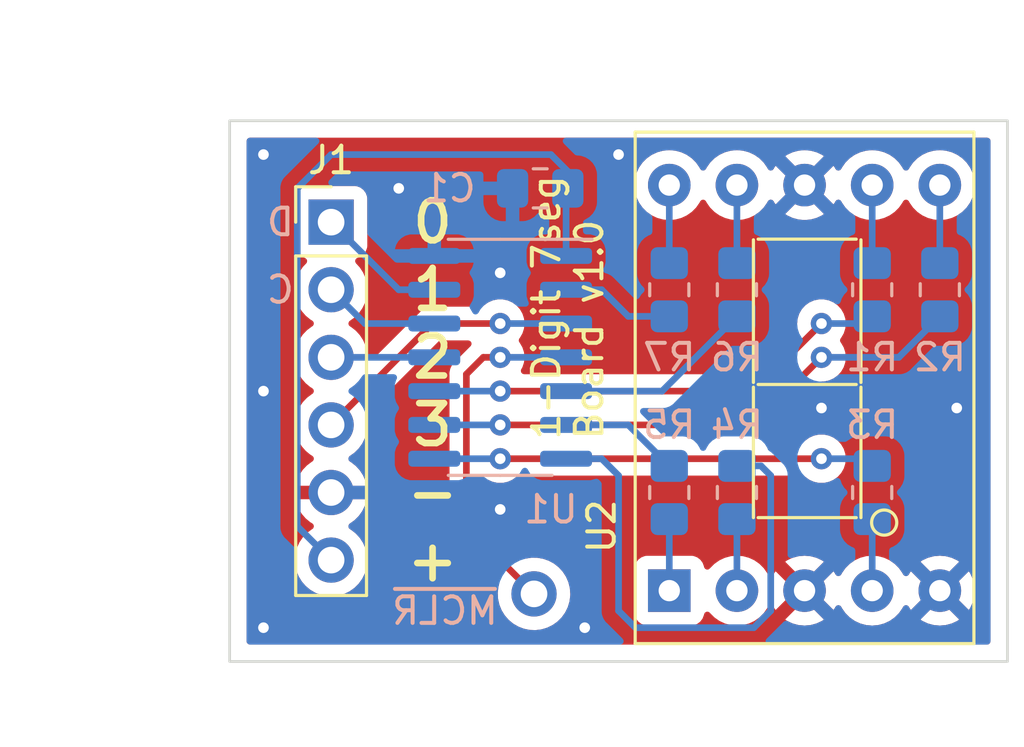
<source format=kicad_pcb>
(kicad_pcb (version 20211014) (generator pcbnew)
  (layers (0 "F.Cu" signal) (31 "B.Cu" signal) (34 "B.Paste" user) (35 "F.Paste" user) (36 "B.SilkS" user "B.Silkscreen") (37 "F.SilkS" user "F.Silkscreen") (38 "B.Mask" user) (39 "F.Mask" user) (44 "Edge.Cuts" user))
  (net 0 "")
  (net 1 "VCC")
  (net 2 "GND")
  (net 3 "Net-(J1-Pad3)")
  (net 4 "Net-(J1-Pad4)")
  (net 5 "Net-(J2-Pad1)")
  (net 6 "Net-(R1-Pad1)")
  (net 7 "Net-(R1-Pad2)")
  (net 8 "Net-(R2-Pad1)")
  (net 9 "Net-(R2-Pad2)")
  (net 10 "Net-(R3-Pad1)")
  (net 11 "Net-(R3-Pad2)")
  (net 12 "Net-(R4-Pad1)")
  (net 13 "Net-(R4-Pad2)")
  (net 14 "Net-(R5-Pad1)")
  (net 15 "Net-(R5-Pad2)")
  (net 16 "Net-(R6-Pad1)")
  (net 17 "Net-(R6-Pad2)")
  (net 18 "Net-(R7-Pad1)")
  (net 19 "Net-(J1-Pad1)")
  (net 20 "Net-(J1-Pad2)")
  (net 21 "Net-(R7-Pad2)")
  (footprint "Connector_PinHeader_2.54mm:PinHeader_1x06_P2.54mm_Vertical" (layer "F.Cu") (at 105.41 67.31)
    (fp_text reference "J1" (at 0 -2.33) (layer "F.SilkS"))
    (fp_text value "Conn_01x06")
    (fp_line (start -1.33 0) (end -1.33 -1.33) (layer "F.SilkS") (width 0.12))
    (fp_line (start -1.33 1.27) (end 1.33 1.27) (layer "F.SilkS") (width 0.12))
    (fp_line (start 1.33 1.27) (end 1.33 14.03) (layer "F.SilkS") (width 0.12))
    (fp_line (start -1.33 -1.33) (end 0 -1.33) (layer "F.SilkS") (width 0.12))
    (fp_line (start -1.33 14.03) (end 1.33 14.03) (layer "F.SilkS") (width 0.12))
    (fp_line (start -1.33 1.27) (end -1.33 14.03) (layer "F.SilkS") (width 0.12))
    (pad "1" thru_hole rect (at 0 0) (size 1.7 1.7) (drill 1) (layers *.Cu *.Mask) (net 19 "Net-(J1-Pad1)"))
    (pad "2" thru_hole oval (at 0 2.54) (size 1.7 1.7) (drill 1) (layers *.Cu *.Mask) (net 20 "Net-(J1-Pad2)"))
    (pad "3" thru_hole oval (at 0 5.08) (size 1.7 1.7) (drill 1) (layers *.Cu *.Mask) (net 3 "Net-(J1-Pad3)"))
    (pad "4" thru_hole oval (at 0 7.62) (size 1.7 1.7) (drill 1) (layers *.Cu *.Mask) (net 4 "Net-(J1-Pad4)"))
    (pad "5" thru_hole oval (at 0 10.16) (size 1.7 1.7) (drill 1) (layers *.Cu *.Mask) (net 2 "GND"))
    (pad "6" thru_hole oval (at 0 12.7) (size 1.7 1.7) (drill 1) (layers *.Cu *.Mask) (net 1 "VCC"))
  )
  (footprint "Connector_PinHeader_2.54mm:PinHeader_1x01_P2.54mm_Vertical" (layer "F.Cu") (at 113.03 81.28)
    (fp_text reference "J2" hide)
    (fp_text value "~{MCLR}")
    (pad "1" thru_hole circle (at 0 0) (size 1.7 1.7) (drill 1) (layers *.Cu *.Mask) (net 5 "Net-(J2-Pad1)"))
  )
  (footprint "Display_7Segment:D1X8K" (layer "F.Cu") (at 118.11 81.1575 90)
    (fp_text reference "U2" (at 2.4175 -2.54 90) (layer "F.SilkS"))
    (fp_text value "OSL10561-LRA")
    (fp_line (start 7.646 7.198) (end 2.7438 7.198) (layer "F.SilkS") (width 0.12))
    (fp_line (start 7.646 3.1594) (end 2.7438 3.1594) (layer "F.SilkS") (width 0.12))
    (fp_line (start 13.1832 7.198) (end 7.8238 7.198) (layer "F.SilkS") (width 0.12))
    (fp_line (start 13.2086 3.3372) (end 13.2086 7.0202) (layer "F.SilkS") (width 0.12))
    (fp_line (start 17.23 -1.28) (end -1.99 -1.28) (layer "F.SilkS") (width 0.12))
    (fp_line (start 17.23 -1.28) (end 17.23 11.44) (layer "F.SilkS") (width 0.12))
    (fp_line (start 13.1832 3.1594) (end 7.8238 3.1594) (layer "F.SilkS") (width 0.12))
    (fp_line (start 7.7476 3.3372) (end 7.7476 7.0202) (layer "F.SilkS") (width 0.12))
    (fp_line (start 17.23 11.44) (end -1.99 11.44) (layer "F.SilkS") (width 0.12))
    (fp_line (start 2.7438 3.3372) (end 2.7438 7.0202) (layer "F.SilkS") (width 0.12))
    (fp_line (start -1.99 -1.28) (end -1.99 11.44) (layer "F.SilkS") (width 0.12))
    (fp_circle (center 2.557533 8.07) (end 2.836933 7.689) (layer "F.SilkS") (width 0.12) (fill none))
    (pad "1" thru_hole rect (at 0 0) (size 1.6 1.6) (drill 0.8) (layers *.Cu *.Mask) (net 15 "Net-(R5-Pad2)"))
    (pad "2" thru_hole circle (at 0 2.54) (size 1.6 1.6) (drill 0.8) (layers *.Cu *.Mask) (net 13 "Net-(R4-Pad2)"))
    (pad "3" thru_hole circle (at 0 5.08) (size 1.6 1.6) (drill 0.8) (layers *.Cu *.Mask) (net 2 "GND"))
    (pad "4" thru_hole circle (at 0 7.62) (size 1.6 1.6) (drill 0.8) (layers *.Cu *.Mask) (net 11 "Net-(R3-Pad2)"))
    (pad "5" thru_hole circle (at 0 10.16) (size 1.6 1.6) (drill 0.8) (layers *.Cu *.Mask) (net 2 "GND"))
    (pad "6" thru_hole circle (at 15.24 10.16) (size 1.6 1.6) (drill 0.8) (layers *.Cu *.Mask) (net 9 "Net-(R2-Pad2)"))
    (pad "7" thru_hole circle (at 15.24 7.62) (size 1.6 1.6) (drill 0.8) (layers *.Cu *.Mask) (net 7 "Net-(R1-Pad2)"))
    (pad "8" thru_hole circle (at 15.24 5.08) (size 1.6 1.6) (drill 0.8) (layers *.Cu *.Mask) (net 2 "GND"))
    (pad "9" thru_hole circle (at 15.24 2.54) (size 1.6 1.6) (drill 0.8) (layers *.Cu *.Mask) (net 17 "Net-(R6-Pad2)"))
    (pad "10" thru_hole circle (at 15.24 0) (size 1.6 1.6) (drill 0.8) (layers *.Cu *.Mask) (net 21 "Net-(R7-Pad2)"))
  )
  (footprint "Resistor_SMD:R_0805_2012Metric_Pad1.20x1.40mm_HandSolder" (layer "B.Cu") (at 125.73 69.85 90)
    (fp_text reference "R1" (at -2.54 0 180) (layer "B.SilkS") (effects (justify mirror)))
    (fp_text value "3.9k")
    (fp_line (start -0.227064 -0.735) (end 0.227064 -0.735) (layer "B.SilkS") (width 0.12))
    (fp_line (start -0.227064 0.735) (end 0.227064 0.735) (layer "B.SilkS") (width 0.12))
    (pad "1" smd roundrect (at -1 0 90) (size 1.2 1.4) (layers "B.Cu" "B.Paste" "B.Mask") (roundrect_rratio 0.2083333333) (net 6 "Net-(R1-Pad1)"))
    (pad "2" smd roundrect (at 1 0 90) (size 1.2 1.4) (layers "B.Cu" "B.Paste" "B.Mask") (roundrect_rratio 0.2083333333) (net 7 "Net-(R1-Pad2)"))
  )
  (footprint "Resistor_SMD:R_0805_2012Metric_Pad1.20x1.40mm_HandSolder" (layer "B.Cu") (at 118.11 69.85 90)
    (fp_text reference "R7" (at -2.54 0 180) (layer "B.SilkS") (effects (justify mirror)))
    (fp_text value "3.9k")
    (fp_line (start -0.227064 0.735) (end 0.227064 0.735) (layer "B.SilkS") (width 0.12))
    (fp_line (start -0.227064 -0.735) (end 0.227064 -0.735) (layer "B.SilkS") (width 0.12))
    (pad "1" smd roundrect (at -1 0 90) (size 1.2 1.4) (layers "B.Cu" "B.Paste" "B.Mask") (roundrect_rratio 0.2083333333) (net 18 "Net-(R7-Pad1)"))
    (pad "2" smd roundrect (at 1 0 90) (size 1.2 1.4) (layers "B.Cu" "B.Paste" "B.Mask") (roundrect_rratio 0.2083333333) (net 21 "Net-(R7-Pad2)"))
  )
  (footprint "Resistor_SMD:R_0805_2012Metric_Pad1.20x1.40mm_HandSolder" (layer "B.Cu") (at 120.65 77.47 -90)
    (fp_text reference "R4" (at -2.54 0 180) (layer "B.SilkS") (effects (justify mirror)))
    (fp_text value "3.9k")
    (fp_line (start -0.227064 -0.735) (end 0.227064 -0.735) (layer "B.SilkS") (width 0.12))
    (fp_line (start -0.227064 0.735) (end 0.227064 0.735) (layer "B.SilkS") (width 0.12))
    (pad "1" smd roundrect (at -1 0 270) (size 1.2 1.4) (layers "B.Cu" "B.Paste" "B.Mask") (roundrect_rratio 0.2083333333) (net 12 "Net-(R4-Pad1)"))
    (pad "2" smd roundrect (at 1 0 270) (size 1.2 1.4) (layers "B.Cu" "B.Paste" "B.Mask") (roundrect_rratio 0.2083333333) (net 13 "Net-(R4-Pad2)"))
  )
  (footprint "Resistor_SMD:R_0805_2012Metric_Pad1.20x1.40mm_HandSolder" (layer "B.Cu") (at 125.73 77.47 -90)
    (fp_text reference "R3" (at -2.54 0 180) (layer "B.SilkS") (effects (justify mirror)))
    (fp_text value "3.9k")
    (fp_line (start -0.227064 -0.735) (end 0.227064 -0.735) (layer "B.SilkS") (width 0.12))
    (fp_line (start -0.227064 0.735) (end 0.227064 0.735) (layer "B.SilkS") (width 0.12))
    (pad "1" smd roundrect (at -1 0 270) (size 1.2 1.4) (layers "B.Cu" "B.Paste" "B.Mask") (roundrect_rratio 0.2083333333) (net 10 "Net-(R3-Pad1)"))
    (pad "2" smd roundrect (at 1 0 270) (size 1.2 1.4) (layers "B.Cu" "B.Paste" "B.Mask") (roundrect_rratio 0.2083333333) (net 11 "Net-(R3-Pad2)"))
  )
  (footprint "Resistor_SMD:R_0805_2012Metric_Pad1.20x1.40mm_HandSolder" (layer "B.Cu") (at 118.11 77.47 -90)
    (fp_text reference "R5" (at -2.54 0 180) (layer "B.SilkS") (effects (justify mirror)))
    (fp_text value "3.9k")
    (fp_line (start -0.227064 -0.735) (end 0.227064 -0.735) (layer "B.SilkS") (width 0.12))
    (fp_line (start -0.227064 0.735) (end 0.227064 0.735) (layer "B.SilkS") (width 0.12))
    (pad "1" smd roundrect (at -1 0 270) (size 1.2 1.4) (layers "B.Cu" "B.Paste" "B.Mask") (roundrect_rratio 0.2083333333) (net 14 "Net-(R5-Pad1)"))
    (pad "2" smd roundrect (at 1 0 270) (size 1.2 1.4) (layers "B.Cu" "B.Paste" "B.Mask") (roundrect_rratio 0.2083333333) (net 15 "Net-(R5-Pad2)"))
  )
  (footprint "Resistor_SMD:R_0805_2012Metric_Pad1.20x1.40mm_HandSolder" (layer "B.Cu") (at 128.27 69.85 90)
    (fp_text reference "R2" (at -2.54 0 180) (layer "B.SilkS") (effects (justify mirror)))
    (fp_text value "3.9k")
    (fp_line (start -0.227064 0.735) (end 0.227064 0.735) (layer "B.SilkS") (width 0.12))
    (fp_line (start -0.227064 -0.735) (end 0.227064 -0.735) (layer "B.SilkS") (width 0.12))
    (pad "1" smd roundrect (at -1 0 90) (size 1.2 1.4) (layers "B.Cu" "B.Paste" "B.Mask") (roundrect_rratio 0.2083333333) (net 8 "Net-(R2-Pad1)"))
    (pad "2" smd roundrect (at 1 0 90) (size 1.2 1.4) (layers "B.Cu" "B.Paste" "B.Mask") (roundrect_rratio 0.2083333333) (net 9 "Net-(R2-Pad2)"))
  )
  (footprint "Package_SO:SO-14_3.9x8.65mm_P1.27mm" (layer "B.Cu") (at 111.76 72.39 180)
    (fp_text reference "U1" (at -1.905 -5.715) (layer "B.SilkS") (effects (justify mirror)))
    (fp_text value "PIC16F1503-ISL")
    (fp_line (start 0 4.435) (end -3.45 4.435) (layer "B.SilkS") (width 0.12))
    (fp_line (start 0 -4.435) (end 1.95 -4.435) (layer "B.SilkS") (width 0.12))
    (fp_line (start 0 4.435) (end 1.95 4.435) (layer "B.SilkS") (width 0.12))
    (fp_line (start 0 -4.435) (end -1.95 -4.435) (layer "B.SilkS") (width 0.12))
    (pad "1" smd roundrect (at -2.475 3.81 180) (size 1.95 0.6) (layers "B.Cu" "B.Paste" "B.Mask") (net 1 "VCC"))
    (pad "2" smd roundrect (at -2.475 2.54 180) (size 1.95 0.6) (layers "B.Cu" "B.Paste" "B.Mask") (net 18 "Net-(R7-Pad1)"))
    (pad "3" smd roundrect (at -2.475 1.27 180) (size 1.95 0.6) (layers "B.Cu" "B.Paste" "B.Mask") (net 4 "Net-(J1-Pad4)"))
    (pad "4" smd roundrect (at -2.475 0 180) (size 1.95 0.6) (layers "B.Cu" "B.Paste" "B.Mask") (net 5 "Net-(J2-Pad1)"))
    (pad "5" smd roundrect (at -2.475 -1.27 180) (size 1.95 0.6) (layers "B.Cu" "B.Paste" "B.Mask") (net 16 "Net-(R6-Pad1)"))
    (pad "6" smd roundrect (at -2.475 -2.54 180) (size 1.95 0.6) (layers "B.Cu" "B.Paste" "B.Mask") (net 14 "Net-(R5-Pad1)"))
    (pad "7" smd roundrect (at -2.475 -3.81 180) (size 1.95 0.6) (layers "B.Cu" "B.Paste" "B.Mask") (net 12 "Net-(R4-Pad1)"))
    (pad "8" smd roundrect (at 2.475 -3.81 180) (size 1.95 0.6) (layers "B.Cu" "B.Paste" "B.Mask") (net 10 "Net-(R3-Pad1)"))
    (pad "9" smd roundrect (at 2.475 -2.54 180) (size 1.95 0.6) (layers "B.Cu" "B.Paste" "B.Mask") (net 8 "Net-(R2-Pad1)"))
    (pad "10" smd roundrect (at 2.475 -1.27 180) (size 1.95 0.6) (layers "B.Cu" "B.Paste" "B.Mask") (net 6 "Net-(R1-Pad1)"))
    (pad "11" smd roundrect (at 2.475 0 180) (size 1.95 0.6) (layers "B.Cu" "B.Paste" "B.Mask") (net 3 "Net-(J1-Pad3)"))
    (pad "12" smd roundrect (at 2.475 1.27 180) (size 1.95 0.6) (layers "B.Cu" "B.Paste" "B.Mask") (net 20 "Net-(J1-Pad2)"))
    (pad "13" smd roundrect (at 2.475 2.54 180) (size 1.95 0.6) (layers "B.Cu" "B.Paste" "B.Mask") (net 19 "Net-(J1-Pad1)"))
    (pad "14" smd roundrect (at 2.475 3.81 180) (size 1.95 0.6) (layers "B.Cu" "B.Paste" "B.Mask") (net 2 "GND"))
  )
  (footprint "Resistor_SMD:R_0805_2012Metric_Pad1.20x1.40mm_HandSolder" (layer "B.Cu") (at 120.65 69.85 90)
    (fp_text reference "R6" (at -2.54 0 180) (layer "B.SilkS") (effects (justify mirror)))
    (fp_text value "3.9k")
    (fp_line (start -0.227064 -0.735) (end 0.227064 -0.735) (layer "B.SilkS") (width 0.12))
    (fp_line (start -0.227064 0.735) (end 0.227064 0.735) (layer "B.SilkS") (width 0.12))
    (pad "1" smd roundrect (at -1 0 90) (size 1.2 1.4) (layers "B.Cu" "B.Paste" "B.Mask") (roundrect_rratio 0.2083333333) (net 16 "Net-(R6-Pad1)"))
    (pad "2" smd roundrect (at 1 0 90) (size 1.2 1.4) (layers "B.Cu" "B.Paste" "B.Mask") (roundrect_rratio 0.2083333333) (net 17 "Net-(R6-Pad2)"))
  )
  (footprint "Capacitor_SMD:C_0805_2012Metric_Pad1.18x1.45mm_HandSolder" (layer "B.Cu") (at 113.2625 66.04 180)
    (fp_text reference "C1" (at 3.4075 0) (layer "B.SilkS") (effects (justify mirror)))
    (fp_text value "0.1u")
    (fp_line (start -0.261252 0.735) (end 0.261252 0.735) (layer "B.SilkS") (width 0.12))
    (fp_line (start -0.261252 -0.735) (end 0.261252 -0.735) (layer "B.SilkS") (width 0.12))
    (pad "1" smd roundrect (at -1.0375 0 180) (size 1.175 1.45) (layers "B.Cu" "B.Paste" "B.Mask") (roundrect_rratio 0.2127659574) (net 1 "VCC"))
    (pad "2" smd roundrect (at 1.0375 0 180) (size 1.175 1.45) (layers "B.Cu" "B.Paste" "B.Mask") (roundrect_rratio 0.2127659574) (net 2 "GND"))
  )
  (gr_rect (start 101.6 63.5) (end 130.81 83.82) (layer "Edge.Cuts") (width 0.1) (fill none))
  (gr_text "D" (at 103.505 67.31) (layer "B.SilkS") (effects (font (size 1 1)) (justify mirror)))
  (gr_text "C" (at 103.505 69.85) (layer "B.SilkS") (effects (font (size 1 1)) (justify mirror)))
  (gr_text "~{MCLR}" (at 111.76 81.915) (layer "B.SilkS") (effects (font (size 1 1)) (justify left mirror)))
  (gr_text "+" (at 109.22 80.01) (layer "F.SilkS") (effects (font (size 1.5 1.5) (thickness 0.25))))
  (gr_text "1" (at 109.22 69.85) (layer "F.SilkS") (effects (font (size 1.5 1.5) (thickness 0.25))))
  (gr_text "1-Digit 7seg\nBoard v1.0" (at 114.3 75.565 90) (layer "F.SilkS") (effects (font (size 1 1)) (justify left)))
  (gr_text "3" (at 109.22 74.93) (layer "F.SilkS") (effects (font (size 1.5 1.5) (thickness 0.25))))
  (gr_text "-" (at 109.22 77.47) (layer "F.SilkS") (effects (font (size 1.5 1.5) (thickness 0.25))))
  (gr_text "2" (at 109.22 72.39) (layer "F.SilkS") (effects (font (size 1.5 1.5) (thickness 0.25))))
  (gr_text "0" (at 109.22 67.31) (layer "F.SilkS") (effects (font (size 1.5 1.5) (thickness 0.25))))
  (segment (start 114.3 65.405) (end 113.665 64.77) (width 0.25) (layer "B.Cu") (net 1))
  (segment (start 114.235 68.58) (end 114.235 66.105) (width 0.25) (layer "B.Cu") (net 1))
  (segment (start 104.14 66.04) (end 105.41 64.77) (width 0.25) (layer "B.Cu") (net 1))
  (segment (start 114.3 66.04) (end 114.3 65.405) (width 0.25) (layer "B.Cu") (net 1))
  (segment (start 114.235 66.105) (end 114.3 66.04) (width 0.25) (layer "B.Cu") (net 1))
  (segment (start 113.665 64.77) (end 105.41 64.77) (width 0.25) (layer "B.Cu") (net 1))
  (segment (start 104.14 78.74) (end 104.14 66.04) (width 0.25) (layer "B.Cu") (net 1))
  (segment (start 105.41 80.01) (end 104.14 78.74) (width 0.25) (layer "B.Cu") (net 1))
  (via (at 123.825 74.295) (size 0.8) (drill 0.4) (layers "F.Cu" "B.Cu") (net 2))
  (via (at 102.87 82.55) (size 0.8) (drill 0.4) (layers "F.Cu" "B.Cu") (net 2))
  (via (at 102.87 73.66) (size 0.8) (drill 0.4) (layers "F.Cu" "B.Cu") (net 2))
  (via (at 111.76 69.215) (size 0.8) (drill 0.4) (layers "F.Cu" "B.Cu") (net 2))
  (via (at 114.935 82.55) (size 0.8) (drill 0.4) (layers "F.Cu" "B.Cu") (net 2))
  (via (at 107.95 66.04) (size 0.8) (drill 0.4) (layers "F.Cu" "B.Cu") (net 2))
  (via (at 102.87 64.77) (size 0.8) (drill 0.4) (layers "F.Cu" "B.Cu") (net 2))
  (via (at 128.905 74.295) (size 0.8) (drill 0.4) (layers "F.Cu" "B.Cu") (net 2))
  (via (at 111.76 78.105) (size 0.8) (drill 0.4) (layers "F.Cu" "B.Cu") (net 2))
  (via (at 116.205 64.77) (size 0.8) (drill 0.4) (layers "F.Cu" "B.Cu") (net 2))
  (segment (start 109.285 72.39) (end 105.41 72.39) (width 0.25) (layer "B.Cu") (net 3))
  (segment (start 111.76 71.12) (end 109.22 71.12) (width 0.25) (layer "F.Cu") (net 4))
  (segment (start 109.22 71.12) (end 105.41 74.93) (width 0.25) (layer "F.Cu") (net 4))
  (via (at 111.76 71.12) (size 0.8) (drill 0.4) (layers "F.Cu" "B.Cu") (net 4))
  (segment (start 114.235 71.12) (end 111.76 71.12) (width 0.25) (layer "B.Cu") (net 4))
  (segment (start 111.76 72.39) (end 111.125 72.39) (width 0.25) (layer "F.Cu") (net 5))
  (segment (start 111.125 72.39) (end 110.49 73.025) (width 0.25) (layer "F.Cu") (net 5))
  (segment (start 110.49 73.025) (end 110.49 78.74) (width 0.25) (layer "F.Cu") (net 5))
  (segment (start 110.49 78.74) (end 113.03 81.28) (width 0.25) (layer "F.Cu") (net 5))
  (via (at 111.76 72.39) (size 0.8) (drill 0.4) (layers "F.Cu" "B.Cu") (net 5))
  (segment (start 114.235 72.39) (end 111.76 72.39) (width 0.25) (layer "B.Cu") (net 5))
  (segment (start 111.76 73.66) (end 121.285 73.66) (width 0.25) (layer "F.Cu") (net 6))
  (segment (start 121.285 73.66) (end 123.825 71.12) (width 0.25) (layer "F.Cu") (net 6))
  (via (at 111.76 73.66) (size 0.8) (drill 0.4) (layers "F.Cu" "B.Cu") (net 6))
  (via (at 123.825 71.12) (size 0.8) (drill 0.4) (layers "F.Cu" "B.Cu") (net 6))
  (segment (start 125.46 71.12) (end 125.73 70.85) (width 0.25) (layer "B.Cu") (net 6))
  (segment (start 123.825 71.12) (end 125.46 71.12) (width 0.25) (layer "B.Cu") (net 6))
  (segment (start 109.285 73.66) (end 111.76 73.66) (width 0.25) (layer "B.Cu") (net 6))
  (segment (start 125.73 68.85) (end 125.73 65.9175) (width 0.25) (layer "B.Cu") (net 7))
  (segment (start 121.285 74.93) (end 123.825 72.39) (width 0.25) (layer "F.Cu") (net 8))
  (segment (start 111.76 74.93) (end 121.285 74.93) (width 0.25) (layer "F.Cu") (net 8))
  (via (at 123.825 72.39) (size 0.8) (drill 0.4) (layers "F.Cu" "B.Cu") (net 8))
  (via (at 111.76 74.93) (size 0.8) (drill 0.4) (layers "F.Cu" "B.Cu") (net 8))
  (segment (start 109.285 74.93) (end 111.76 74.93) (width 0.25) (layer "B.Cu") (net 8))
  (segment (start 123.825 72.39) (end 126.73 72.39) (width 0.25) (layer "B.Cu") (net 8))
  (segment (start 126.73 72.39) (end 128.27 70.85) (width 0.25) (layer "B.Cu") (net 8))
  (segment (start 128.27 68.85) (end 128.27 65.9175) (width 0.25) (layer "B.Cu") (net 9))
  (segment (start 123.825 76.2) (end 111.76 76.2) (width 0.25) (layer "F.Cu") (net 10))
  (via (at 111.76 76.2) (size 0.8) (drill 0.4) (layers "F.Cu" "B.Cu") (net 10))
  (via (at 123.825 76.2) (size 0.8) (drill 0.4) (layers "F.Cu" "B.Cu") (net 10))
  (segment (start 125.46 76.2) (end 125.73 76.47) (width 0.25) (layer "B.Cu") (net 10))
  (segment (start 123.825 76.2) (end 125.46 76.2) (width 0.25) (layer "B.Cu") (net 10))
  (segment (start 111.76 76.2) (end 109.285 76.2) (width 0.25) (layer "B.Cu") (net 10))
  (segment (start 125.73 78.47) (end 125.73 81.1575) (width 0.25) (layer "B.Cu") (net 11))
  (segment (start 115.57 76.2) (end 114.235 76.2) (width 0.25) (layer "B.Cu") (net 12))
  (segment (start 121.555 76.47) (end 121.92 76.835) (width 0.25) (layer "B.Cu") (net 12))
  (segment (start 121.285 82.55) (end 116.84 82.55) (width 0.25) (layer "B.Cu") (net 12))
  (segment (start 121.92 81.915) (end 121.285 82.55) (width 0.25) (layer "B.Cu") (net 12))
  (segment (start 116.205 81.915) (end 116.205 76.835) (width 0.25) (layer "B.Cu") (net 12))
  (segment (start 120.65 76.47) (end 121.555 76.47) (width 0.25) (layer "B.Cu") (net 12))
  (segment (start 116.205 76.835) (end 115.57 76.2) (width 0.25) (layer "B.Cu") (net 12))
  (segment (start 121.92 76.835) (end 121.92 81.915) (width 0.25) (layer "B.Cu") (net 12))
  (segment (start 116.84 82.55) (end 116.205 81.915) (width 0.25) (layer "B.Cu") (net 12))
  (segment (start 120.65 78.47) (end 120.65 81.1575) (width 0.25) (layer "B.Cu") (net 13))
  (segment (start 114.235 74.93) (end 116.57 74.93) (width 0.25) (layer "B.Cu") (net 14))
  (segment (start 116.57 74.93) (end 118.11 76.47) (width 0.25) (layer "B.Cu") (net 14))
  (segment (start 118.11 78.47) (end 118.11 81.1575) (width 0.25) (layer "B.Cu") (net 15))
  (segment (start 120.65 70.85) (end 117.84 73.66) (width 0.25) (layer "B.Cu") (net 16))
  (segment (start 117.84 73.66) (end 114.235 73.66) (width 0.25) (layer "B.Cu") (net 16))
  (segment (start 120.65 68.85) (end 120.65 65.9175) (width 0.25) (layer "B.Cu") (net 17))
  (segment (start 114.235 69.85) (end 115.57 69.85) (width 0.25) (layer "B.Cu") (net 18))
  (segment (start 116.57 70.85) (end 118.11 70.85) (width 0.25) (layer "B.Cu") (net 18))
  (segment (start 115.57 69.85) (end 116.57 70.85) (width 0.25) (layer "B.Cu") (net 18))
  (segment (start 107.95 69.85) (end 105.41 67.31) (width 0.25) (layer "B.Cu") (net 19))
  (segment (start 109.285 69.85) (end 107.95 69.85) (width 0.25) (layer "B.Cu") (net 19))
  (segment (start 109.285 71.12) (end 106.68 71.12) (width 0.25) (layer "B.Cu") (net 20))
  (segment (start 106.68 71.12) (end 105.41 69.85) (width 0.25) (layer "B.Cu") (net 20))
  (segment (start 118.11 68.85) (end 118.11 65.9175) (width 0.25) (layer "B.Cu") (net 21))
  (zone (net 2) (net_name "GND") (layers F&B.Cu) (connect_pads (clearance 0.508)) (min_thickness 0.254) (fill yes (thermal_gap 0.508) (thermal_bridge_width 0.508))
    (polygon (pts (xy 130.175 83.185) (xy 102.235 83.185) (xy 102.235 64.135) (xy 130.175 64.135)))
  )
)
</source>
